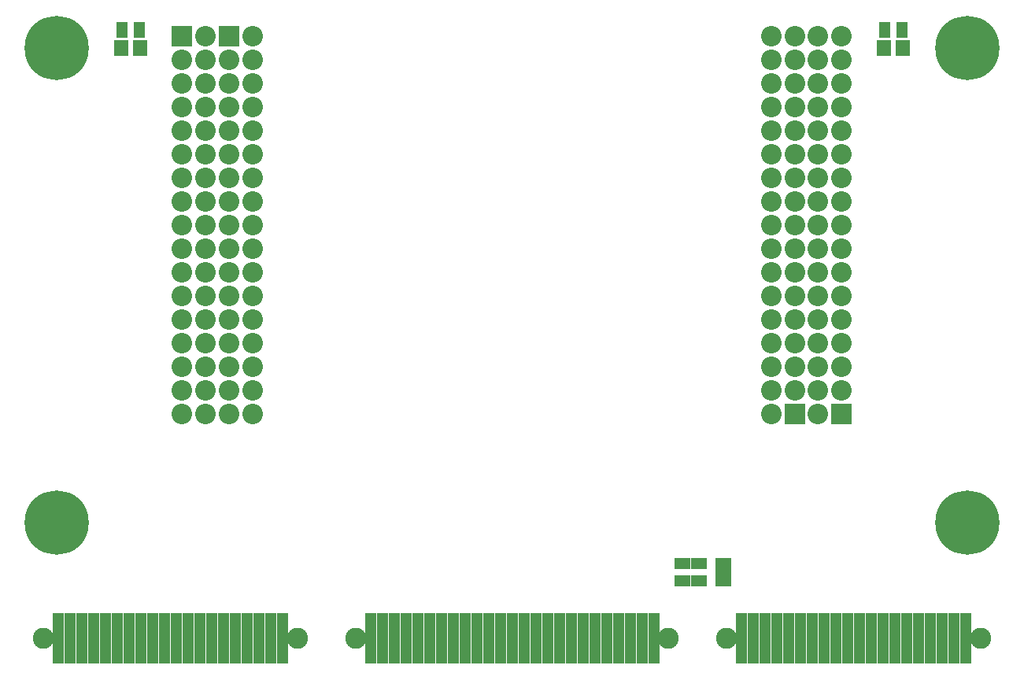
<source format=gts>
G04 #@! TF.FileFunction,Soldermask,Top*
%FSLAX46Y46*%
G04 Gerber Fmt 4.6, Leading zero omitted, Abs format (unit mm)*
G04 Created by KiCad (PCBNEW 4.0.1-stable) date 2017-03-20 12:41:44 PM*
%MOMM*%
G01*
G04 APERTURE LIST*
%ADD10C,0.150000*%
%ADD11R,1.244600X2.727960*%
%ADD12C,2.258000*%
%ADD13R,2.208000X2.208000*%
%ADD14O,2.208000X2.208000*%
%ADD15C,6.908000*%
%ADD16R,1.508000X1.758000*%
%ADD17R,1.208000X1.808000*%
%ADD18R,1.808000X1.208000*%
%ADD19R,1.728000X1.158000*%
G04 APERTURE END LIST*
D10*
D11*
X63906600Y-143116020D03*
X63906600Y-145843980D03*
X65176600Y-143116020D03*
X65176600Y-145843980D03*
X66446600Y-143116020D03*
X66446600Y-145843980D03*
X67716600Y-143116020D03*
X67716600Y-145843980D03*
X68986600Y-143116020D03*
X68986600Y-145843980D03*
X51206600Y-143116020D03*
X51206600Y-145843980D03*
X52476600Y-143116020D03*
X52476600Y-145843980D03*
X53746600Y-143116020D03*
X53746600Y-145843980D03*
X55016600Y-143116020D03*
X55016600Y-145843980D03*
X56286600Y-143116020D03*
X56286600Y-145843980D03*
X75336600Y-145843980D03*
X75336600Y-143116020D03*
X74066600Y-145843980D03*
X74066600Y-143116020D03*
X72796600Y-145843980D03*
X72796600Y-143116020D03*
X71526600Y-145843980D03*
X71526600Y-143116020D03*
X70256600Y-145843980D03*
X70256600Y-143116020D03*
X62636600Y-145843980D03*
X62636600Y-143116020D03*
X61366600Y-145843980D03*
X61366600Y-143116020D03*
X60096600Y-145843980D03*
X60096600Y-143116020D03*
X58826600Y-145843980D03*
X58826600Y-143116020D03*
X57556600Y-145843980D03*
X57556600Y-143116020D03*
D12*
X49619100Y-144480000D03*
X76924100Y-144480000D03*
D13*
X64483180Y-79687620D03*
D14*
X67023180Y-79687620D03*
X64483180Y-82227620D03*
X67023180Y-82227620D03*
X64483180Y-84767620D03*
X67023180Y-84767620D03*
X64483180Y-87307620D03*
X67023180Y-87307620D03*
X64483180Y-89847620D03*
X67023180Y-89847620D03*
X64483180Y-92387620D03*
X67023180Y-92387620D03*
X64483180Y-94927620D03*
X67023180Y-94927620D03*
X64483180Y-97467620D03*
X67023180Y-97467620D03*
X64483180Y-100007620D03*
X67023180Y-100007620D03*
X64483180Y-102547620D03*
X67023180Y-102547620D03*
X64483180Y-105087620D03*
X67023180Y-105087620D03*
X64483180Y-107627620D03*
X67023180Y-107627620D03*
X64483180Y-110167620D03*
X67023180Y-110167620D03*
X64483180Y-112707620D03*
X67023180Y-112707620D03*
X64483180Y-115247620D03*
X67023180Y-115247620D03*
X64483180Y-117787620D03*
X67023180Y-117787620D03*
X67023180Y-120327620D03*
X64483180Y-120327620D03*
D13*
X69588580Y-79687620D03*
D14*
X72128580Y-79687620D03*
X69588580Y-82227620D03*
X72128580Y-82227620D03*
X69588580Y-84767620D03*
X72128580Y-84767620D03*
X69588580Y-87307620D03*
X72128580Y-87307620D03*
X69588580Y-89847620D03*
X72128580Y-89847620D03*
X69588580Y-92387620D03*
X72128580Y-92387620D03*
X69588580Y-94927620D03*
X72128580Y-94927620D03*
X69588580Y-97467620D03*
X72128580Y-97467620D03*
X69588580Y-100007620D03*
X72128580Y-100007620D03*
X69588580Y-102547620D03*
X72128580Y-102547620D03*
X69588580Y-105087620D03*
X72128580Y-105087620D03*
X69588580Y-107627620D03*
X72128580Y-107627620D03*
X69588580Y-110167620D03*
X72128580Y-110167620D03*
X69588580Y-112707620D03*
X72128580Y-112707620D03*
X69588580Y-115247620D03*
X72128580Y-115247620D03*
X69588580Y-117787620D03*
X72128580Y-117787620D03*
X72128580Y-120327620D03*
X69588580Y-120327620D03*
D13*
X135448240Y-120314920D03*
D14*
X132908240Y-120314920D03*
X135448240Y-117774920D03*
X132908240Y-117774920D03*
X135448240Y-115234920D03*
X132908240Y-115234920D03*
X135448240Y-112694920D03*
X132908240Y-112694920D03*
X135448240Y-110154920D03*
X132908240Y-110154920D03*
X135448240Y-107614920D03*
X132908240Y-107614920D03*
X135448240Y-105074920D03*
X132908240Y-105074920D03*
X135448240Y-102534920D03*
X132908240Y-102534920D03*
X135448240Y-99994920D03*
X132908240Y-99994920D03*
X135448240Y-97454920D03*
X132908240Y-97454920D03*
X135448240Y-94914920D03*
X132908240Y-94914920D03*
X135448240Y-92374920D03*
X132908240Y-92374920D03*
X135448240Y-89834920D03*
X132908240Y-89834920D03*
X135448240Y-87294920D03*
X132908240Y-87294920D03*
X135448240Y-84754920D03*
X132908240Y-84754920D03*
X135448240Y-82214920D03*
X132908240Y-82214920D03*
X132908240Y-79674920D03*
X135448240Y-79674920D03*
D13*
X130429200Y-120325080D03*
D14*
X127889200Y-120325080D03*
X130429200Y-117785080D03*
X127889200Y-117785080D03*
X130429200Y-115245080D03*
X127889200Y-115245080D03*
X130429200Y-112705080D03*
X127889200Y-112705080D03*
X130429200Y-110165080D03*
X127889200Y-110165080D03*
X130429200Y-107625080D03*
X127889200Y-107625080D03*
X130429200Y-105085080D03*
X127889200Y-105085080D03*
X130429200Y-102545080D03*
X127889200Y-102545080D03*
X130429200Y-100005080D03*
X127889200Y-100005080D03*
X130429200Y-97465080D03*
X127889200Y-97465080D03*
X130429200Y-94925080D03*
X127889200Y-94925080D03*
X130429200Y-92385080D03*
X127889200Y-92385080D03*
X130429200Y-89845080D03*
X127889200Y-89845080D03*
X130429200Y-87305080D03*
X127889200Y-87305080D03*
X130429200Y-84765080D03*
X127889200Y-84765080D03*
X130429200Y-82225080D03*
X127889200Y-82225080D03*
X127889200Y-79685080D03*
X130429200Y-79685080D03*
D15*
X149000000Y-81000000D03*
X51000000Y-81000000D03*
X149000000Y-132000000D03*
X51000000Y-132000000D03*
D16*
X140000000Y-81000000D03*
X142000000Y-81000000D03*
X60000000Y-81000000D03*
X58000000Y-81000000D03*
D17*
X140050000Y-79000000D03*
X141950000Y-79000000D03*
X59950000Y-79000000D03*
X58050000Y-79000000D03*
D18*
X118350000Y-138300000D03*
X118350000Y-136400000D03*
D19*
X122760000Y-138300000D03*
X122760000Y-137350000D03*
X122760000Y-136400000D03*
X120140000Y-136400000D03*
X120140000Y-138300000D03*
D11*
X86030000Y-145843980D03*
X86030000Y-143116020D03*
X94920000Y-145843980D03*
X94920000Y-143116020D03*
X93650000Y-145843980D03*
X93650000Y-143116020D03*
X92380000Y-145843980D03*
X92380000Y-143116020D03*
X91110000Y-145843980D03*
X91110000Y-143116020D03*
X103810000Y-143116020D03*
X103810000Y-145843980D03*
X105080000Y-143116020D03*
X105080000Y-145843980D03*
X106350000Y-143116020D03*
X106350000Y-145843980D03*
X107620000Y-143116020D03*
X107620000Y-145843980D03*
X108890000Y-143116020D03*
X108890000Y-145843980D03*
X84760000Y-143116020D03*
X84760000Y-145843980D03*
X87300000Y-143116020D03*
X87300000Y-145843980D03*
X88570000Y-143116020D03*
X88570000Y-145843980D03*
X89840000Y-143116020D03*
X89840000Y-145843980D03*
X96190000Y-143116020D03*
X96190000Y-145843980D03*
X115240000Y-145843980D03*
X115240000Y-143116020D03*
X113970000Y-145843980D03*
X113970000Y-143116020D03*
X112700000Y-145843980D03*
X112700000Y-143116020D03*
X111430000Y-145843980D03*
X111430000Y-143116020D03*
X110160000Y-145843980D03*
X110160000Y-143116020D03*
X102540000Y-145843980D03*
X102540000Y-143116020D03*
X101270000Y-145843980D03*
X101270000Y-143116020D03*
X100000000Y-145843980D03*
X100000000Y-143116020D03*
X98730000Y-145843980D03*
X98730000Y-143116020D03*
X97460000Y-145843980D03*
X97460000Y-143116020D03*
D12*
X83172500Y-144480000D03*
X116827500Y-144480000D03*
D11*
X137363400Y-143116020D03*
X137363400Y-145843980D03*
X138633400Y-143116020D03*
X138633400Y-145843980D03*
X139903400Y-143116020D03*
X139903400Y-145843980D03*
X141173400Y-143116020D03*
X141173400Y-145843980D03*
X142443400Y-143116020D03*
X142443400Y-145843980D03*
X124663400Y-143116020D03*
X124663400Y-145843980D03*
X125933400Y-143116020D03*
X125933400Y-145843980D03*
X127203400Y-143116020D03*
X127203400Y-145843980D03*
X128473400Y-143116020D03*
X128473400Y-145843980D03*
X129743400Y-143116020D03*
X129743400Y-145843980D03*
X148793400Y-145843980D03*
X148793400Y-143116020D03*
X147523400Y-145843980D03*
X147523400Y-143116020D03*
X146253400Y-145843980D03*
X146253400Y-143116020D03*
X144983400Y-145843980D03*
X144983400Y-143116020D03*
X143713400Y-145843980D03*
X143713400Y-143116020D03*
X136093400Y-145843980D03*
X136093400Y-143116020D03*
X134823400Y-145843980D03*
X134823400Y-143116020D03*
X133553400Y-145843980D03*
X133553400Y-143116020D03*
X132283400Y-145843980D03*
X132283400Y-143116020D03*
X131013400Y-145843980D03*
X131013400Y-143116020D03*
D12*
X123075900Y-144480000D03*
X150380900Y-144480000D03*
M02*

</source>
